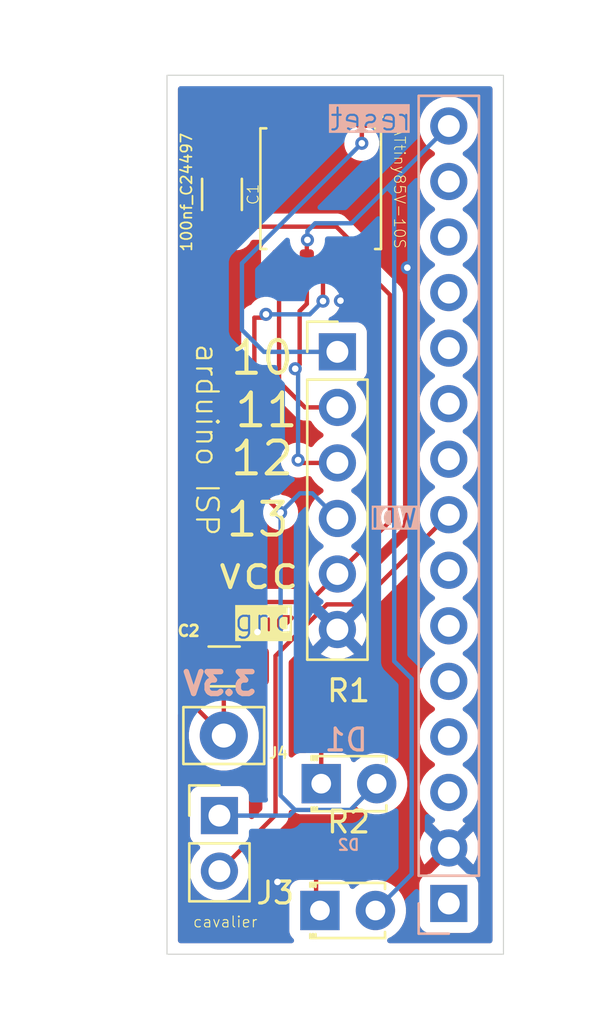
<source format=kicad_pcb>
(kicad_pcb (version 20241229) (generator "pcbnew") (generator_version "9.0")
  (layers (0 "F.Cu" signal) (2 "B.Cu" signal) (13 "F.Paste" user) (15 "B.Paste" user) (5 "F.SilkS" user "F.Silkscreen") (7 "B.SilkS" user "B.Silkscreen") (1 "F.Mask" user) (3 "B.Mask" user) (25 "Edge.Cuts" user))
  (net 0 "")
  (net 1 "VCC")
  (net 2 "Net-(J1-Pin_1)")
  (net 3 "Net-(D2-K)")
  (net 4 "GND")
  (net 6 "Net-(J1-Pin_2)")
  (net 20 "Net-(D1-K)")
  (net 21 "Net-(D1-A)")
  (net 22 "Net-(J2-Pin_8)")
  (net 23 "Net-(D2-A)")
  (footprint "Capacitor_SMD:C_1206_3216Metric" (layer "F.Cu") (at 147.2166 75.438)
    (property "Reference" "C2" (at -1.6238 -1.6256 0) (layer "F.SilkS") (effects (font (size 0.5 0.5) (thickness 0.125))))
    (property "Value" "100nf_C24497")
    (fp_line (start -0.711252 -0.91) (end 0.711252 -0.91) (stroke (width 0.12)) (layer "F.SilkS"))
    (fp_line (start -0.711252 0.91) (end 0.711252 0.91) (stroke (width 0.12)) (layer "F.SilkS"))
    (pad "1" smd roundrect (at -1.475 0) (size 1.15 1.8) (layers "F.Cu" "F.Mask" "F.Paste") (roundrect_rratio 0.217391) (net 1 "VCC"))
    (pad "2" smd roundrect (at 1.475 0) (size 1.15 1.8) (layers "F.Cu" "F.Mask" "F.Paste") (roundrect_rratio 0.217391) (net 4 "GND"))
  )
  (footprint "LED_THT:LED_D1.8mm_W3.3mm_H2.4mm" (layer "F.Cu") (at 151.66 80.8)
    (property "Reference" "D1" (at 1.14 -2 0) (layer "B.SilkS") (effects (justify mirror)))
    (property "Value" "LED" (hide yes))
    (fp_line (start -0.44 -1.26) (end -0.44 -1.08) (stroke (width 0.12)) (layer "F.SilkS"))
    (fp_line (start -0.44 -1.26) (end 2.98 -1.26) (stroke (width 0.12)) (layer "F.SilkS"))
    (fp_line (start -0.44 1.08) (end -0.44 1.26) (stroke (width 0.12)) (layer "F.SilkS"))
    (fp_line (start -0.44 1.26) (end 2.98 1.26) (stroke (width 0.12)) (layer "F.SilkS"))
    (fp_line (start -0.32 -1.26) (end -0.32 -1.08) (stroke (width 0.12)) (layer "F.SilkS"))
    (fp_line (start -0.32 1.08) (end -0.32 1.26) (stroke (width 0.12)) (layer "F.SilkS"))
    (fp_line (start -0.2 -1.26) (end -0.2 -1.08) (stroke (width 0.12)) (layer "F.SilkS"))
    (fp_line (start -0.2 1.08) (end -0.2 1.26) (stroke (width 0.12)) (layer "F.SilkS"))
    (fp_line (start 2.98 -1.26) (end 2.98 -0.986) (stroke (width 0.12)) (layer "F.SilkS"))
    (fp_line (start 2.98 0.986) (end 2.98 1.26) (stroke (width 0.12)) (layer "F.SilkS"))
    (pad "1" thru_hole rect (at 0 0) (size 1.8 1.8) (drill 0.9) (layers "*.Cu" "*.Mask") (net 20 "Net-(D1-K)"))
    (pad "2" thru_hole circle (at 2.54 0) (size 1.8 1.8) (drill 0.9) (layers "*.Cu" "*.Mask") (net 21 "Net-(D1-A)"))
  )
  (footprint "LED_THT:LED_D1.8mm_W3.3mm_H2.4mm" (layer "F.Cu") (at 151.6 86.6)
    (property "Reference" "D2" (at 1.3125 -3 0) (layer "B.SilkS") (effects (font (size 0.5 0.5) (thickness 0.1)) (justify mirror)))
    (property "Value" "LED" (hide yes))
    (fp_line (start -0.44 -1.26) (end -0.44 -1.08) (stroke (width 0.12)) (layer "F.SilkS"))
    (fp_line (start -0.44 -1.26) (end 2.98 -1.26) (stroke (width 0.12)) (layer "F.SilkS"))
    (fp_line (start -0.44 1.08) (end -0.44 1.26) (stroke (width 0.12)) (layer "F.SilkS"))
    (fp_line (start -0.44 1.26) (end 2.98 1.26) (stroke (width 0.12)) (layer "F.SilkS"))
    (fp_line (start -0.32 -1.26) (end -0.32 -1.08) (stroke (width 0.12)) (layer "F.SilkS"))
    (fp_line (start -0.32 1.08) (end -0.32 1.26) (stroke (width 0.12)) (layer "F.SilkS"))
    (fp_line (start -0.2 -1.26) (end -0.2 -1.08) (stroke (width 0.12)) (layer "F.SilkS"))
    (fp_line (start -0.2 1.08) (end -0.2 1.26) (stroke (width 0.12)) (layer "F.SilkS"))
    (fp_line (start 2.98 -1.26) (end 2.98 -0.986) (stroke (width 0.12)) (layer "F.SilkS"))
    (fp_line (start 2.98 0.986) (end 2.98 1.26) (stroke (width 0.12)) (layer "F.SilkS"))
    (pad "1" thru_hole rect (at 0 0) (size 1.8 1.8) (drill 0.9) (layers "*.Cu" "*.Mask") (net 3 "Net-(D2-K)"))
    (pad "2" thru_hole circle (at 2.54 0) (size 1.8 1.8) (drill 0.9) (layers "*.Cu" "*.Mask") (net 23 "Net-(D2-A)"))
  )
  (footprint "Resistor_SMD:R_0201_0603Metric" (layer "F.Cu") (at 152.9125 83.6)
    (property "Reference" "R2" (at 0 -1.05 0) (layer "F.SilkS"))
    (property "Value" "12kΩ _C22790")
    (pad "1" smd roundrect (at -0.32 0) (size 0.46 0.4) (layers "F.Cu" "F.Mask") (net 3 "Net-(D2-K)"))
    (pad "2" smd roundrect (at 0.32 0) (size 0.46 0.4) (layers "F.Cu" "F.Mask") (net 4 "GND"))
  )
  (footprint "Connector_PinHeader_2.54mm:PinHeader_1x02_P2.54mm_Vertical" (layer "F.Cu") (at 147 82.26)
    (property "Reference" "J3" (at 2.5552 3.54 0) (layer "F.SilkS"))
    (property "Value" "cavalier" (at 0.2692 4.862 0) (layer "F.SilkS") (effects (font (size 0.5 0.5) (thickness 0.05))))
    (fp_line (start -1.38 -1.38) (end 0 -1.38) (stroke (width 0.12)) (layer "F.SilkS"))
    (fp_line (start -1.38 0) (end -1.38 -1.38) (stroke (width 0.12)) (layer "F.SilkS"))
    (fp_line (start -1.38 1.27) (end -1.38 3.92) (stroke (width 0.12)) (layer "F.SilkS"))
    (fp_line (start -1.38 1.27) (end 1.38 1.27) (stroke (width 0.12)) (layer "F.SilkS"))
    (fp_line (start -1.38 3.92) (end 1.38 3.92) (stroke (width 0.12)) (layer "F.SilkS"))
    (fp_line (start 1.38 1.27) (end 1.38 3.92) (stroke (width 0.12)) (layer "F.SilkS"))
    (pad "1" thru_hole rect (at 0 0) (size 1.7 1.7) (drill 1) (layers "*.Cu" "*.Mask") (net 21 "Net-(D1-A)"))
    (pad "2" thru_hole circle (at 0 2.54) (size 1.7 1.7) (drill 1) (layers "*.Cu" "*.Mask") (net 22 "Net-(J2-Pin_8)"))
  )
  (footprint "Resistor_SMD:R_0201_0603Metric" (layer "F.Cu") (at 152.9125 77.6)
    (property "Reference" "R1" (at 0 -1.05 0) (layer "F.SilkS"))
    (property "Value" "12kΩ_C22790")
    (pad "1" smd roundrect (at -0.32 0) (size 0.46 0.4) (layers "F.Cu" "F.Mask") (net 20 "Net-(D1-K)"))
    (pad "2" smd roundrect (at 0.32 0) (size 0.46 0.4) (layers "F.Cu" "F.Mask") (net 4 "GND"))
  )
  (footprint "Connector_PinHeader_2.54mm:PinHeader_1x06_P2.54mm_Vertical" (layer "F.Cu") (at 152.4 61.05)
    (property "Reference" "J1" (hide yes))
    (property "Value" "arduino" (hide yes))
    (fp_line (start -1.38 -1.38) (end 0 -1.38) (stroke (width 0.12)) (layer "F.SilkS"))
    (fp_line (start -1.38 0) (end -1.38 -1.38) (stroke (width 0.12)) (layer "F.SilkS"))
    (fp_line (start -1.38 1.27) (end -1.38 14.08) (stroke (width 0.12)) (layer "F.SilkS"))
    (fp_line (start -1.38 1.27) (end 1.38 1.27) (stroke (width 0.12)) (layer "F.SilkS"))
    (fp_line (start -1.38 14.08) (end 1.38 14.08) (stroke (width 0.12)) (layer "F.SilkS"))
    (fp_line (start 1.38 1.27) (end 1.38 14.08) (stroke (width 0.12)) (layer "F.SilkS"))
    (pad "1" thru_hole rect (at 0 0) (size 1.7 1.7) (drill 1) (layers "*.Cu" "*.Mask") (net 2 "Net-(J1-Pin_1)"))
    (pad "2" thru_hole circle (at 0 2.54) (size 1.7 1.7) (drill 1) (layers "*.Cu" "*.Mask") (net 6 "Net-(J1-Pin_2)"))
    (pad "3" thru_hole circle (at 0 5.08) (size 1.7 1.7) (drill 1) (layers "*.Cu" "*.Mask") (net 23 "Net-(D2-A)"))
    (pad "4" thru_hole circle (at 0 7.62) (size 1.7 1.7) (drill 1) (layers "*.Cu" "*.Mask") (net 21 "Net-(D1-A)"))
    (pad "5" thru_hole circle (at 0 10.16) (size 1.7 1.7) (drill 1) (layers "*.Cu" "*.Mask") (net 1 "VCC"))
    (pad "6" thru_hole circle (at 0 12.7) (size 1.7 1.7) (drill 1) (layers "*.Cu" "*.Mask") (net 4 "GND"))
  )
  (footprint "Capacitor_SMD:C_1206_3216Metric" (layer "F.Cu") (at 147.1168 53.8498 90)
    (property "Reference" "C1" (at 0.0018 1.4224 90) (layer "F.SilkS") (effects (font (size 0.5 0.5) (thickness 0.05))))
    (property "Value" "100nf_C24497" (at 0.1034 -1.6256 90) (layer "F.SilkS") (effects (font (size 0.5 0.5) (thickness 0.08))))
    (fp_line (start -0.711252 -0.91) (end 0.711252 -0.91) (stroke (width 0.12)) (layer "F.SilkS"))
    (fp_line (start -0.711252 0.91) (end 0.711252 0.91) (stroke (width 0.12)) (layer "F.SilkS"))
    (pad "1" smd roundrect (at -1.475 0 90) (size 1.15 1.8) (layers "F.Cu" "F.Mask" "F.Paste") (roundrect_rratio 0.217391) (net 1 "VCC"))
    (pad "2" smd roundrect (at 1.475 0 90) (size 1.15 1.8) (layers "F.Cu" "F.Mask" "F.Paste") (roundrect_rratio 0.217391) (net 4 "GND"))
  )
  (footprint "Connector_Pin:Pin_D1.1mm_L10.2mm_W3.5mm_Flat" (layer "F.Cu") (at 147.2 78.6)
    (property "Reference" "J4" (at 2.5076 0.8004 0) (layer "F.SilkS") (effects (font (size 0.5 0.5) (thickness 0.1) (bold yes))))
    (property "Value" "Conn_01x01" (hide yes))
    (fp_line (start -1.85 -1.3) (end -1.85 1.3) (stroke (width 0.12)) (layer "F.SilkS"))
    (fp_line (start -1.85 -1.3) (end 1.85 -1.3) (stroke (width 0.12)) (layer "F.SilkS"))
    (fp_line (start 1.85 -1.3) (end 1.85 1.3) (stroke (width 0.12)) (layer "F.SilkS"))
    (fp_line (start 1.85 1.3) (end -1.85 1.3) (stroke (width 0.12)) (layer "F.SilkS"))
    (pad "1" thru_hole circle (at 0 0) (size 2.2 2.2) (drill 1.1) (layers "*.Cu" "*.Mask") (net 1 "VCC"))
  )
  (footprint "Package_SO:SOIC-8_5.3x5.3mm_P1.27mm" (layer "F.Cu") (at 151.635 53.5875 -90)
    (property "Reference" "U1" (hide yes))
    (property "Value" "ATtiny85V-10S" (at -0.0443 -3.6098 270) (layer "F.SilkS") (effects (font (size 0.5 0.5) (thickness 0.04))))
    (fp_line (start -2.76 2.76) (end -2.76 2.49) (stroke (width 0.12)) (layer "F.SilkS"))
    (fp_line (start 0 2.76) (end -2.76 2.76) (stroke (width 0.12)) (layer "F.SilkS"))
    (fp_line (start 0 2.76) (end 2.76 2.76) (stroke (width 0.12)) (layer "F.SilkS"))
    (fp_line (start 2.76 2.76) (end 2.76 2.49) (stroke (width 0.12)) (layer "F.SilkS"))
    (fp_line (start -2.76 -2.76) (end -2.76 -2.49) (stroke (width 0.12)) (layer "F.SilkS"))
    (fp_line (start 0 -2.76) (end -2.76 -2.76) (stroke (width 0.12)) (layer "F.SilkS"))
    (fp_line (start 0 -2.76) (end 2.76 -2.76) (stroke (width 0.12)) (layer "F.SilkS"))
    (fp_line (start 2.76 -2.76) (end 2.76 -2.49) (stroke (width 0.12)) (layer "F.SilkS"))
    (fp_poly (pts (xy -3.525 -2.49) (xy -3.765 -2.82) (xy -3.285 -2.82)) (stroke (width 0.12)) (fill yes) (layer "F.SilkS"))
    (pad "1" smd roundrect (at -3.5875 -1.905 270) (size 1.625 0.65) (layers "F.Cu" "F.Mask" "F.Paste") (net 2 "Net-(J1-Pin_1)"))
    (pad "2" smd roundrect (at -3.5875 -0.635 270) (size 1.625 0.65) (layers "F.Cu" "F.Mask" "F.Paste"))
    (pad "3" smd roundrect (at -3.5875 0.635 270) (size 1.625 0.65) (layers "F.Cu" "F.Mask" "F.Paste"))
    (pad "4" smd roundrect (at -3.5875 1.905 270) (size 1.625 0.65) (layers "F.Cu" "F.Mask" "F.Paste") (net 4 "GND"))
    (pad "5" smd roundrect (at 3.5875 1.905 270) (size 1.625 0.65) (layers "F.Cu" "F.Mask" "F.Paste") (net 6 "Net-(J1-Pin_2)"))
    (pad "6" smd roundrect (at 3.5875 0.635 270) (size 1.625 0.65) (layers "F.Cu" "F.Mask" "F.Paste") (net 23 "Net-(D2-A)"))
    (pad "7" smd roundrect (at 3.5875 -0.635 270) (size 1.625 0.65) (layers "F.Cu" "F.Mask" "F.Paste") (net 21 "Net-(D1-A)"))
    (pad "8" smd roundrect (at 3.5875 -1.905 270) (size 1.625 0.65) (layers "F.Cu" "F.Mask" "F.Paste") (net 1 "VCC"))
  )
  (footprint "Connector_PinHeader_2.54mm:PinHeader_1x15_P2.54mm_Vertical" (layer "B.Cu") (at 157.5 86.28)
    (property "Reference" "J2" (hide yes))
    (property "Value" "esp32" (hide yes))
    (fp_line (start -1.38 -36.94) (end 1.38 -36.94) (stroke (width 0.12)) (layer "B.SilkS"))
    (fp_line (start -1.38 -1.27) (end -1.38 -36.94) (stroke (width 0.12)) (layer "B.SilkS"))
    (fp_line (start -1.38 -1.27) (end 1.38 -1.27) (stroke (width 0.12)) (layer "B.SilkS"))
    (fp_line (start -1.38 0) (end -1.38 1.38) (stroke (width 0.12)) (layer "B.SilkS"))
    (fp_line (start -1.38 1.38) (end 0 1.38) (stroke (width 0.12)) (layer "B.SilkS"))
    (fp_line (start 1.38 -1.27) (end 1.38 -36.94) (stroke (width 0.12)) (layer "B.SilkS"))
    (pad "1" thru_hole rect (at 0 0) (size 1.7 1.7) (drill 1) (layers "*.Cu" "*.Mask"))
    (pad "2" thru_hole circle (at 0 -2.54) (size 1.7 1.7) (drill 1) (layers "*.Cu" "*.Mask") (net 4 "GND"))
    (pad "3" thru_hole circle (at 0 -5.08) (size 1.7 1.7) (drill 1) (layers "*.Cu" "*.Mask"))
    (pad "4" thru_hole circle (at 0 -7.62) (size 1.7 1.7) (drill 1) (layers "*.Cu" "*.Mask"))
    (pad "5" thru_hole circle (at 0 -10.16) (size 1.7 1.7) (drill 1) (layers "*.Cu" "*.Mask"))
    (pad "6" thru_hole circle (at 0 -12.7) (size 1.7 1.7) (drill 1) (layers "*.Cu" "*.Mask"))
    (pad "7" thru_hole circle (at 0 -15.24) (size 1.7 1.7) (drill 1) (layers "*.Cu" "*.Mask"))
    (pad "8" thru_hole circle (at 0 -17.78) (size 1.7 1.7) (drill 1) (layers "*.Cu" "*.Mask") (net 22 "Net-(J2-Pin_8)"))
    (pad "9" thru_hole circle (at 0 -20.32) (size 1.7 1.7) (drill 1) (layers "*.Cu" "*.Mask"))
    (pad "10" thru_hole circle (at 0 -22.86) (size 1.7 1.7) (drill 1) (layers "*.Cu" "*.Mask"))
    (pad "11" thru_hole circle (at 0 -25.4) (size 1.7 1.7) (drill 1) (layers "*.Cu" "*.Mask"))
    (pad "12" thru_hole circle (at 0 -27.94) (size 1.7 1.7) (drill 1) (layers "*.Cu" "*.Mask"))
    (pad "13" thru_hole circle (at 0 -30.48) (size 1.7 1.7) (drill 1) (layers "*.Cu" "*.Mask"))
    (pad "14" thru_hole circle (at 0 -33.02) (size 1.7 1.7) (drill 1) (layers "*.Cu" "*.Mask"))
    (pad "15" thru_hole circle (at 0 -35.56) (size 1.7 1.7) (drill 1) (layers "*.Cu" "*.Mask") (net 23 "Net-(D2-A)"))
  )
  (gr_rect (start 144.6 48.4) (end 160 88.6) (stroke (width 0.05)) (fill no) (layer "Edge.Cuts"))
  (gr_text "11" (at 147.6 64.6 0) (layer "F.SilkS") (effects (font (size 1.5 1.5) (thickness 0.1875)) (justify left bottom)))
  (gr_text "gnd" (at 147.6248 73.914 0) (layer "F.SilkS" knockout) (effects (font (size 1 1) (thickness 0.1)) (justify left bottom)))
  (gr_text "vcc" (at 146.8 72 0) (layer "F.SilkS") (effects (font (size 1.5 1.5) (thickness 0.1875)) (justify left bottom)))
  (gr_text "10" (at 147.4 62.2 0) (layer "F.SilkS") (effects (font (size 1.5 1.5) (thickness 0.1875)) (justify left bottom)))
  (gr_text "13" (at 147.2 69.6 0) (layer "F.SilkS") (effects (font (size 1.5 1.5) (thickness 0.1875)) (justify left bottom)))
  (gr_text "12" (at 147.4 66.8 0) (layer "F.SilkS") (effects (font (size 1.5 1.5) (thickness 0.1875)) (justify left bottom)))
  (gr_text "arduino ISP" (at 145.8468 60.6044 270) (layer "F.SilkS") (effects (font (size 1 1) (thickness 0.1)) (justify left bottom)))
  (gr_text "WDI" (at 156.1084 69.1388 0) (layer "B.SilkS" knockout) (effects (font (size 0.8 0.8) (thickness 0.125)) (justify left bottom mirror)))
  (gr_text "3.3V" (at 148.7932 76.8096 0) (layer "B.SilkS") (effects (font (size 1 1) (thickness 0.25) (bold yes)) (justify left bottom mirror)))
  (gr_text "reset" (at 155.8544 51.0032 0) (layer "B.SilkS" knockout) (effects (font (size 1 1) (thickness 0.1)) (justify left bottom mirror)))
  (segment (start 149.098 72.4916) (end 147.2 74.3896) (width 0.2) (layer "F.Cu") (net 1))
  (segment (start 152.4 71.21) (end 151.1184 72.4916) (width 0.2) (layer "F.Cu") (net 1))
  (segment (start 154.801 58.436) (end 154.801 68.809) (width 0.2) (layer "F.Cu") (net 1))
  (segment (start 153.54 57.175) (end 154.801 58.436) (width 0.2) (layer "F.Cu") (net 1))
  (segment (start 153.54 57.175) (end 153.54 56.362501) (width 0.2) (layer "F.Cu") (net 1))
  (segment (start 153.54 56.512) (end 152.3528 55.3248) (width 0.2) (layer "F.Cu") (net 1))
  (segment (start 154.801 68.809) (end 152.4 71.21) (width 0.2) (layer "F.Cu") (net 1))
  (segment (start 145.7416 77.1416) (end 147.2 78.6) (width 0.2) (layer "F.Cu") (net 1))
  (segment (start 147.2 74.3896) (end 147.2 78.6) (width 0.2) (layer "F.Cu") (net 1))
  (segment (start 153.54 57.175) (end 153.54 56.512) (width 0.2) (layer "F.Cu") (net 1))
  (segment (start 153.416 57.051) (end 153.54 57.175) (width 0.2) (layer "F.Cu") (net 1))
  (segment (start 151.1184 72.4916) (end 149.098 72.4916) (width 0.2) (layer "F.Cu") (net 1))
  (segment (start 145.7416 75.438) (end 145.7416 77.1416) (width 0.2) (layer "F.Cu") (net 1))
  (segment (start 152.3528 55.3248) (end 147.1168 55.3248) (width 0.2) (layer "F.Cu") (net 1))
  (segment (start 153.5176 51.5112) (end 153.5176 50.0224) (width 0.2) (layer "F.Cu") (net 2))
  (segment (start 153.5176 50.0224) (end 153.54 50) (width 0.2) (layer "F.Cu") (net 2))
  (via (at 153.5176 51.5112) (size 0.6) (drill 0.3) (layers "F.Cu" "B.Cu") (net 2))
  (segment (start 148.0312 60.0456) (end 148.0312 56.9976) (width 0.2) (layer "B.Cu") (net 2))
  (segment (start 149.0356 61.05) (end 148.0312 60.0456) (width 0.2) (layer "B.Cu") (net 2))
  (segment (start 152.4 61.05) (end 149.0356 61.05) (width 0.2) (layer "B.Cu") (net 2))
  (segment (start 148.0312 56.9976) (end 153.5176 51.5112) (width 0.2) (layer "B.Cu") (net 2))
  (segment (start 151.425 83.6) (end 152.5925 83.6) (width 0.2) (layer "F.Cu") (net 3))
  (segment (start 151.425 86.425) (end 151.6 86.6) (width 0.2) (layer "F.Cu") (net 3))
  (segment (start 151.425 83.6) (end 151.425 86.425) (width 0.2) (layer "F.Cu") (net 3))
  (segment (start 154.4 75.75) (end 152.4 73.75) (width 0.2) (layer "F.Cu") (net 4))
  (segment (start 157.26 83.5) (end 157.5 83.74) (width 0.2) (layer "F.Cu") (net 4))
  (segment (start 148.7424 75.3872) (end 148.6916 75.438) (width 0.2) (layer "F.Cu") (net 4))
  (segment (start 154.4 77.6) (end 154.4 75.75) (width 0.2) (layer "F.Cu") (net 4))
  (segment (start 149.7584 50.0284) (end 149.73 50) (width 0.2) (layer "F.Cu") (net 4))
  (segment (start 152.4 73.75) (end 152.35 73.8) (width 0.2) (layer "F.Cu") (net 4))
  (segment (start 148.7424 73.8632) (end 148.7424 75.3872) (width 0.2) (layer "F.Cu") (net 4))
  (segment (start 153.2325 77.6) (end 154.4 77.6) (width 0.2) (layer "F.Cu") (net 4))
  (via (at 149.6568 85.2932) (size 0.6) (drill 0.3) (layers "F.Cu" "B.Cu") (net 4))
  (via (at 152.54 58.71) (size 0.6) (drill 0.3) (layers "F.Cu" "B.Cu") (net 4))
  (via (at 148.7424 73.8632) (size 0.6) (drill 0.3) (layers "F.Cu" "B.Cu") (net 4))
  (via (at 155.6 57.2) (size 0.6) (drill 0.3) (layers "F.Cu" "B.Cu") (net 4))
  (segment (start 150.9152 63.59) (end 152.4 63.59) (width 0.2) (layer "F.Cu") (net 6))
  (segment (start 149.73 57.175) (end 149.73 62.4048) (width 0.2) (layer "F.Cu") (net 6))
  (segment (start 149.73 62.4048) (end 150.9152 63.59) (width 0.2) (layer "F.Cu") (net 6))
  (segment (start 151.66 80.8) (end 151.66 77.835) (width 0.2) (layer "F.Cu") (net 20))
  (segment (start 151.895 77.6) (end 152.5925 77.6) (width 0.2) (layer "F.Cu") (net 20))
  (segment (start 151.66 77.835) (end 151.895 77.6) (width 0.2) (layer "F.Cu") (net 20))
  (segment (start 151.740243 57.704757) (end 151.740243 58.729819) (width 0.2) (layer "F.Cu") (net 21))
  (segment (start 148.6 59.4868) (end 148.6 67.2) (width 0.2) (layer "F.Cu") (net 21))
  (segment (start 148.6 67.2) (end 149.8 68.4) (width 0.2) (layer "F.Cu") (net 21))
  (segment (start 152.27 57.175) (end 151.740243 57.704757) (width 0.2) (layer "F.Cu") (net 21))
  (segment (start 148.9776 59.4868) (end 148.6 59.4868) (width 0.2) (layer "F.Cu") (net 21))
  (segment (start 149.13 59.3344) (end 148.9776 59.4868) (width 0.2) (layer "F.Cu") (net 21))
  (via (at 149.8 68.4) (size 0.6) (drill 0.3) (layers "F.Cu" "B.Cu") (net 21))
  (via (at 151.740243 58.729819) (size 0.6) (drill 0.3) (layers "F.Cu" "B.Cu") (net 21))
  (via (at 149.13 59.3344) (size 0.6) (drill 0.3) (layers "F.Cu" "B.Cu") (net 21))
  (segment (start 151.135662 59.3344) (end 149.13 59.3344) (width 0.2) (layer "B.Cu") (net 21))
  (segment (start 150.459 82.001) (end 149.8 81.342) (width 0.2) (layer "B.Cu") (net 21))
  (segment (start 150.681 67.519) (end 149.8 68.4) (width 0.2) (layer "B.Cu") (net 21))
  (segment (start 150.2 82.26) (end 150.459 82.001) (width 0.2) (layer "B.Cu") (net 21))
  (segment (start 152.999 82.001) (end 154.2 80.8) (width 0.2) (layer "B.Cu") (net 21))
  (segment (start 150.459 82.001) (end 152.999 82.001) (width 0.2) (layer "B.Cu") (net 21))
  (segment (start 147 82.26) (end 150.2 82.26) (width 0.2) (layer "B.Cu") (net 21))
  (segment (start 151.740243 58.729819) (end 151.135662 59.3344) (width 0.2) (layer "B.Cu") (net 21))
  (segment (start 152.4 68.67) (end 151.249 67.519) (width 0.2) (layer "B.Cu") (net 21))
  (segment (start 149.8 81.342) (end 149.8 68.4) (width 0.2) (layer "B.Cu") (net 21))
  (segment (start 151.249 67.519) (end 150.681 67.519) (width 0.2) (layer "B.Cu") (net 21))
  (segment (start 147 84.8) (end 149.5676 82.2324) (width 0.2) (layer "F.Cu") (net 22))
  (segment (start 151.92224 72.6) (end 153.4 72.6) (width 0.2) (layer "F.Cu") (net 22))
  (segment (start 149.5676 82.2324) (end 149.5676 74.95464) (width 0.2) (layer "F.Cu") (net 22))
  (segment (start 153.4 72.6) (end 157.5 68.5) (width 0.2) (layer "F.Cu") (net 22))
  (segment (start 149.5676 74.95464) (end 151.92224 72.6) (width 0.2) (layer "F.Cu") (net 22))
  (segment (start 154.14 86.6) (end 154.14 85.94) (width 0.2) (layer "F.Cu") (net 23))
  (segment (start 150.6728 59.182) (end 150.6728 61.6204) (width 0.2) (layer "F.Cu") (net 23))
  (segment (start 150.6728 61.6204) (end 150.4696 61.8236) (width 0.2) (layer "F.Cu") (net 23))
  (segment (start 151 57.175) (end 151 55.9592) (width 0.2) (layer "F.Cu") (net 23))
  (segment (start 151 55.9592) (end 151.0284 55.9308) (width 0.2) (layer "F.Cu") (net 23))
  (segment (start 152.4 66) (end 152.6 65.8) (width 0.2) (layer "F.Cu") (net 23))
  (segment (start 150.73 66.13) (end 150.6 66) (width 0.2) (layer "F.Cu") (net 23))
  (segment (start 154.14 86.6) (end 154.14 86.315) (width 0.2) (layer "F.Cu") (net 23))
  (segment (start 151 57.175) (end 151 58.8548) (width 0.2) (layer "F.Cu") (net 23))
  (segment (start 152.4 66.13) (end 150.73 66.13) (width 0.2) (layer "F.Cu") (net 23))
  (segment (start 151 58.8548) (end 150.6728 59.182) (width 0.2) (layer "F.Cu") (net 23))
  (via (at 150.4696 61.8236) (size 0.6) (drill 0.3) (layers "F.Cu" "B.Cu") (net 23))
  (via (at 150.6 66) (size 0.6) (drill 0.3) (layers "F.Cu" "B.Cu") (net 23))
  (via (at 151.0284 55.9308) (size 0.6) (drill 0.3) (layers "F.Cu" "B.Cu") (net 23))
  (segment (start 154.8338 53.3862) (end 154.8338 53.4278) (width 0.2) (layer "B.Cu") (net 23))
  (segment (start 151.384 55.1688) (end 153.0512 55.1688) (width 0.2) (layer "B.Cu") (net 23))
  (segment (start 154.8338 53.4278) (end 155 53.594) (width 0.2) (layer "B.Cu") (net 23))
  (segment (start 155 53.848) (end 155 75.2) (width 0.2) (layer "B.Cu") (net 23))
  (segment (start 150.6 61.954) (end 150.6 66) (width 0.2) (layer "B.Cu") (net 23))
  (segment (start 151.0284 55.9308) (end 151.0284 55.5244) (width 0.2) (layer "B.Cu") (net 23))
  (segment (start 155.8 76) (end 155.8 84.94) (width 0.2) (layer "B.Cu") (net 23))
  (segment (start 154.6814 53.5386) (end 154.9908 53.848) (width 0.2) (layer "B.Cu") (net 23))
  (segment (start 151.0284 55.5244) (end 151.384 55.1688) (width 0.2) (layer "B.Cu") (net 23))
  (segment (start 155.8 84.94) (end 154.14 86.6) (width 0.2) (layer "B.Cu") (net 23))
  (segment (start 155.0878 53.1322) (end 157.5 50.72) (width 0.2) (layer "B.Cu") (net 23))
  (segment (start 154.6814 53.5386) (end 154.8338 53.3862) (width 0.2) (layer "B.Cu") (net 23))
  (segment (start 155 53.848) (end 155 53.594) (width 0.2) (layer "B.Cu") (net 23))
  (segment (start 155 53.594) (end 155 53.22) (width 0.2) (layer "B.Cu") (net 23))
  (segment (start 155 53.22) (end 155.0878 53.1322) (width 0.2) (layer "B.Cu") (net 23))
  (segment (start 154.9908 53.848) (end 155 53.848) (width 0.2) (layer "B.Cu") (net 23))
  (segment (start 153.0512 55.1688) (end 154.6814 53.5386) (width 0.2) (layer "B.Cu") (net 23))
  (segment (start 155 75.2) (end 155.8 76) (width 0.2) (layer "B.Cu") (net 23))
  (segment (start 154.8338 53.3862) (end 155.0878 53.1322) (width 0.2) (layer "B.Cu") (net 23))
  (segment (start 150.4696 61.8236) (end 150.6 61.954) (width 0.2) (layer "B.Cu") (net 23))
  (zone (net 4) (net_name "GND") (layers "F.Cu" "B.Cu") (connect_pads (clearance 0.5)) (min_thickness 0.25) (fill yes (thermal_gap 0.5) (thermal_bridge_width 0.5))
    (polygon (pts (xy 142.3416 44.958) (xy 164.1348 45.4152) (xy 164.2364 91.7956) (xy 136.9568 90.9828) (xy 141.732 46.3296)))
  )
)
</source>
